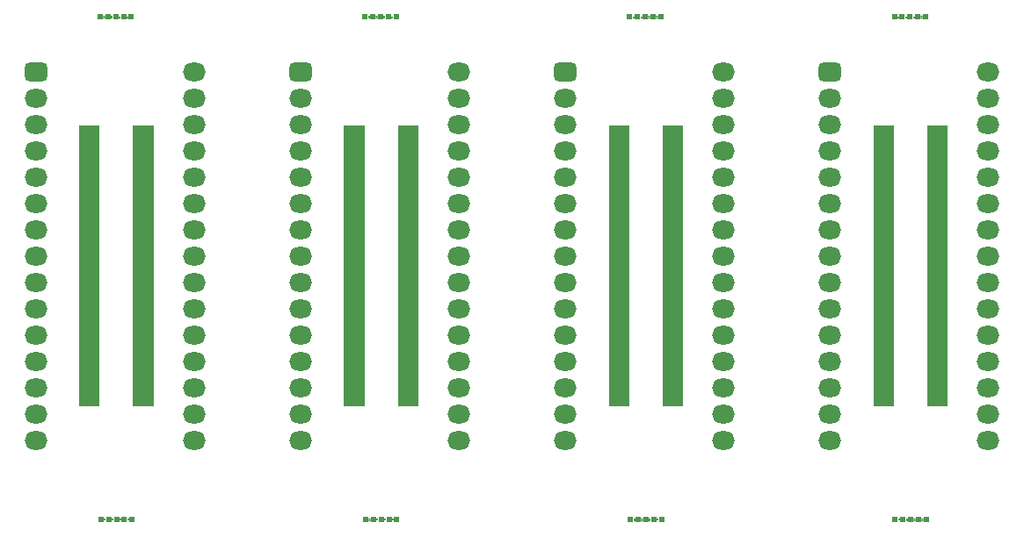
<source format=gbs>
G04 #@! TF.GenerationSoftware,KiCad,Pcbnew,6.0.1-79c1e3a40b~116~ubuntu20.04.1*
G04 #@! TF.CreationDate,2022-01-18T16:27:04+01:00*
G04 #@! TF.ProjectId,4xArduino_GPIB_Adapter,34784172-6475-4696-9e6f-5f475049425f,rev?*
G04 #@! TF.SameCoordinates,Original*
G04 #@! TF.FileFunction,Soldermask,Bot*
G04 #@! TF.FilePolarity,Negative*
%FSLAX46Y46*%
G04 Gerber Fmt 4.6, Leading zero omitted, Abs format (unit mm)*
G04 Created by KiCad (PCBNEW 6.0.1-79c1e3a40b~116~ubuntu20.04.1) date 2022-01-18 16:27:04*
%MOMM*%
%LPD*%
G01*
G04 APERTURE LIST*
G04 Aperture macros list*
%AMRoundRect*
0 Rectangle with rounded corners*
0 $1 Rounding radius*
0 $2 $3 $4 $5 $6 $7 $8 $9 X,Y pos of 4 corners*
0 Add a 4 corners polygon primitive as box body*
4,1,4,$2,$3,$4,$5,$6,$7,$8,$9,$2,$3,0*
0 Add four circle primitives for the rounded corners*
1,1,$1+$1,$2,$3*
1,1,$1+$1,$4,$5*
1,1,$1+$1,$6,$7*
1,1,$1+$1,$8,$9*
0 Add four rect primitives between the rounded corners*
20,1,$1+$1,$2,$3,$4,$5,0*
20,1,$1+$1,$4,$5,$6,$7,0*
20,1,$1+$1,$6,$7,$8,$9,0*
20,1,$1+$1,$8,$9,$2,$3,0*%
G04 Aperture macros list end*
%ADD10C,0.120000*%
%ADD11RoundRect,0.476000X-0.625000X-0.425000X0.625000X-0.425000X0.625000X0.425000X-0.625000X0.425000X0*%
%ADD12O,2.202000X1.802000*%
%ADD13C,0.602000*%
G04 APERTURE END LIST*
D10*
X110700000Y-81920000D02*
X108830000Y-81920000D01*
X108830000Y-81920000D02*
X108830000Y-108940000D01*
X108830000Y-108940000D02*
X110700000Y-108940000D01*
X110700000Y-108940000D02*
X110700000Y-81920000D01*
G36*
X110700000Y-81920000D02*
G01*
X108830000Y-81920000D01*
X108830000Y-108940000D01*
X110700000Y-108940000D01*
X110700000Y-81920000D01*
G37*
X105515000Y-81890000D02*
X103645000Y-81890000D01*
X103645000Y-81890000D02*
X103645000Y-108910000D01*
X103645000Y-108910000D02*
X105515000Y-108910000D01*
X105515000Y-108910000D02*
X105515000Y-81890000D01*
G36*
X105515000Y-81890000D02*
G01*
X103645000Y-81890000D01*
X103645000Y-108910000D01*
X105515000Y-108910000D01*
X105515000Y-81890000D01*
G37*
X131015000Y-81890000D02*
X129145000Y-81890000D01*
X129145000Y-81890000D02*
X129145000Y-108910000D01*
X129145000Y-108910000D02*
X131015000Y-108910000D01*
X131015000Y-108910000D02*
X131015000Y-81890000D01*
G36*
X131015000Y-81890000D02*
G01*
X129145000Y-81890000D01*
X129145000Y-108910000D01*
X131015000Y-108910000D01*
X131015000Y-81890000D01*
G37*
X136200000Y-81920000D02*
X134330000Y-81920000D01*
X134330000Y-81920000D02*
X134330000Y-108940000D01*
X134330000Y-108940000D02*
X136200000Y-108940000D01*
X136200000Y-108940000D02*
X136200000Y-81920000D01*
G36*
X136200000Y-81920000D02*
G01*
X134330000Y-81920000D01*
X134330000Y-108940000D01*
X136200000Y-108940000D01*
X136200000Y-81920000D01*
G37*
X187200000Y-81920000D02*
X185330000Y-81920000D01*
X185330000Y-81920000D02*
X185330000Y-108940000D01*
X185330000Y-108940000D02*
X187200000Y-108940000D01*
X187200000Y-108940000D02*
X187200000Y-81920000D01*
G36*
X187200000Y-81920000D02*
G01*
X185330000Y-81920000D01*
X185330000Y-108940000D01*
X187200000Y-108940000D01*
X187200000Y-81920000D01*
G37*
X182015000Y-81890000D02*
X180145000Y-81890000D01*
X180145000Y-81890000D02*
X180145000Y-108910000D01*
X180145000Y-108910000D02*
X182015000Y-108910000D01*
X182015000Y-108910000D02*
X182015000Y-81890000D01*
G36*
X182015000Y-81890000D02*
G01*
X180145000Y-81890000D01*
X180145000Y-108910000D01*
X182015000Y-108910000D01*
X182015000Y-81890000D01*
G37*
X161700000Y-81920000D02*
X159830000Y-81920000D01*
X159830000Y-81920000D02*
X159830000Y-108940000D01*
X159830000Y-108940000D02*
X161700000Y-108940000D01*
X161700000Y-108940000D02*
X161700000Y-81920000D01*
G36*
X161700000Y-81920000D02*
G01*
X159830000Y-81920000D01*
X159830000Y-108940000D01*
X161700000Y-108940000D01*
X161700000Y-81920000D01*
G37*
X156515000Y-81890000D02*
X154645000Y-81890000D01*
X154645000Y-81890000D02*
X154645000Y-108910000D01*
X154645000Y-108910000D02*
X156515000Y-108910000D01*
X156515000Y-108910000D02*
X156515000Y-81890000D01*
G36*
X156515000Y-81890000D02*
G01*
X154645000Y-81890000D01*
X154645000Y-108910000D01*
X156515000Y-108910000D01*
X156515000Y-81890000D01*
G37*
X110700000Y-81920000D02*
X108830000Y-81920000D01*
X108830000Y-81920000D02*
X108830000Y-108940000D01*
X108830000Y-108940000D02*
X110700000Y-108940000D01*
X110700000Y-108940000D02*
X110700000Y-81920000D01*
G36*
X110700000Y-81920000D02*
G01*
X108830000Y-81920000D01*
X108830000Y-108940000D01*
X110700000Y-108940000D01*
X110700000Y-81920000D01*
G37*
X105515000Y-81890000D02*
X103645000Y-81890000D01*
X103645000Y-81890000D02*
X103645000Y-108910000D01*
X103645000Y-108910000D02*
X105515000Y-108910000D01*
X105515000Y-108910000D02*
X105515000Y-81890000D01*
G36*
X105515000Y-81890000D02*
G01*
X103645000Y-81890000D01*
X103645000Y-108910000D01*
X105515000Y-108910000D01*
X105515000Y-81890000D01*
G37*
X131015000Y-81890000D02*
X129145000Y-81890000D01*
X129145000Y-81890000D02*
X129145000Y-108910000D01*
X129145000Y-108910000D02*
X131015000Y-108910000D01*
X131015000Y-108910000D02*
X131015000Y-81890000D01*
G36*
X131015000Y-81890000D02*
G01*
X129145000Y-81890000D01*
X129145000Y-108910000D01*
X131015000Y-108910000D01*
X131015000Y-81890000D01*
G37*
X136200000Y-81920000D02*
X134330000Y-81920000D01*
X134330000Y-81920000D02*
X134330000Y-108940000D01*
X134330000Y-108940000D02*
X136200000Y-108940000D01*
X136200000Y-108940000D02*
X136200000Y-81920000D01*
G36*
X136200000Y-81920000D02*
G01*
X134330000Y-81920000D01*
X134330000Y-108940000D01*
X136200000Y-108940000D01*
X136200000Y-81920000D01*
G37*
X187200000Y-81920000D02*
X185330000Y-81920000D01*
X185330000Y-81920000D02*
X185330000Y-108940000D01*
X185330000Y-108940000D02*
X187200000Y-108940000D01*
X187200000Y-108940000D02*
X187200000Y-81920000D01*
G36*
X187200000Y-81920000D02*
G01*
X185330000Y-81920000D01*
X185330000Y-108940000D01*
X187200000Y-108940000D01*
X187200000Y-81920000D01*
G37*
X182015000Y-81890000D02*
X180145000Y-81890000D01*
X180145000Y-81890000D02*
X180145000Y-108910000D01*
X180145000Y-108910000D02*
X182015000Y-108910000D01*
X182015000Y-108910000D02*
X182015000Y-81890000D01*
G36*
X182015000Y-81890000D02*
G01*
X180145000Y-81890000D01*
X180145000Y-108910000D01*
X182015000Y-108910000D01*
X182015000Y-81890000D01*
G37*
X161700000Y-81920000D02*
X159830000Y-81920000D01*
X159830000Y-81920000D02*
X159830000Y-108940000D01*
X159830000Y-108940000D02*
X161700000Y-108940000D01*
X161700000Y-108940000D02*
X161700000Y-81920000D01*
G36*
X161700000Y-81920000D02*
G01*
X159830000Y-81920000D01*
X159830000Y-108940000D01*
X161700000Y-108940000D01*
X161700000Y-81920000D01*
G37*
X156515000Y-81890000D02*
X154645000Y-81890000D01*
X154645000Y-81890000D02*
X154645000Y-108910000D01*
X154645000Y-108910000D02*
X156515000Y-108910000D01*
X156515000Y-108910000D02*
X156515000Y-81890000D01*
G36*
X156515000Y-81890000D02*
G01*
X154645000Y-81890000D01*
X154645000Y-108910000D01*
X156515000Y-108910000D01*
X156515000Y-81890000D01*
G37*
D11*
X99455001Y-76785001D03*
D12*
X99455001Y-79325001D03*
X99455001Y-81865001D03*
X99455001Y-84405001D03*
X99455001Y-86945001D03*
X99455001Y-89485001D03*
X99455001Y-92025001D03*
X99455001Y-94565001D03*
X99455001Y-97105001D03*
X99455001Y-99645001D03*
X99455001Y-102185001D03*
X99455001Y-104725001D03*
X99455001Y-107265001D03*
X99455001Y-109805001D03*
X99455001Y-112345001D03*
X114695001Y-112345001D03*
X114695001Y-109805001D03*
X114695001Y-107265001D03*
X114695001Y-104725001D03*
X114695001Y-102185001D03*
X114695001Y-99645001D03*
X114695001Y-97105001D03*
X114695001Y-94565001D03*
X114695001Y-92025001D03*
X114695001Y-89485001D03*
X114695001Y-86945001D03*
X114695001Y-84405001D03*
X114695001Y-81865001D03*
X114695001Y-79325001D03*
X114695001Y-76785001D03*
D13*
X156660000Y-71450000D03*
X158160000Y-71450000D03*
X159660000Y-71450000D03*
X158910000Y-71450000D03*
X157410000Y-71450000D03*
X185160000Y-71450000D03*
X182160000Y-71450000D03*
X183660000Y-71450000D03*
X184410000Y-71450000D03*
X182910000Y-71450000D03*
D11*
X150455001Y-76785001D03*
D12*
X150455001Y-79325001D03*
X150455001Y-81865001D03*
X150455001Y-84405001D03*
X150455001Y-86945001D03*
X150455001Y-89485001D03*
X150455001Y-92025001D03*
X150455001Y-94565001D03*
X150455001Y-97105001D03*
X150455001Y-99645001D03*
X150455001Y-102185001D03*
X150455001Y-104725001D03*
X150455001Y-107265001D03*
X150455001Y-109805001D03*
X150455001Y-112345001D03*
X165695001Y-112345001D03*
X165695001Y-109805001D03*
X165695001Y-107265001D03*
X165695001Y-104725001D03*
X165695001Y-102185001D03*
X165695001Y-99645001D03*
X165695001Y-97105001D03*
X165695001Y-94565001D03*
X165695001Y-92025001D03*
X165695001Y-89485001D03*
X165695001Y-86945001D03*
X165695001Y-84405001D03*
X165695001Y-81865001D03*
X165695001Y-79325001D03*
X165695001Y-76785001D03*
D13*
X159730000Y-119950000D03*
X156730000Y-119950000D03*
X157480000Y-119950000D03*
X158980000Y-119950000D03*
X158230000Y-119950000D03*
X107910000Y-71450000D03*
X107160000Y-71450000D03*
X108660000Y-71450000D03*
X106410000Y-71450000D03*
X105660000Y-71450000D03*
X183730000Y-119950000D03*
X184480000Y-119950000D03*
X182230000Y-119950000D03*
X182980000Y-119950000D03*
X185230000Y-119950000D03*
X107980000Y-119950000D03*
X106480000Y-119950000D03*
X108730000Y-119950000D03*
X105730000Y-119950000D03*
X107230000Y-119950000D03*
X131980000Y-119950000D03*
X134230000Y-119950000D03*
X131230000Y-119950000D03*
X132730000Y-119950000D03*
X133480000Y-119950000D03*
D11*
X124955001Y-76785001D03*
D12*
X124955001Y-79325001D03*
X124955001Y-81865001D03*
X124955001Y-84405001D03*
X124955001Y-86945001D03*
X124955001Y-89485001D03*
X124955001Y-92025001D03*
X124955001Y-94565001D03*
X124955001Y-97105001D03*
X124955001Y-99645001D03*
X124955001Y-102185001D03*
X124955001Y-104725001D03*
X124955001Y-107265001D03*
X124955001Y-109805001D03*
X124955001Y-112345001D03*
X140195001Y-112345001D03*
X140195001Y-109805001D03*
X140195001Y-107265001D03*
X140195001Y-104725001D03*
X140195001Y-102185001D03*
X140195001Y-99645001D03*
X140195001Y-97105001D03*
X140195001Y-94565001D03*
X140195001Y-92025001D03*
X140195001Y-89485001D03*
X140195001Y-86945001D03*
X140195001Y-84405001D03*
X140195001Y-81865001D03*
X140195001Y-79325001D03*
X140195001Y-76785001D03*
D11*
X175955001Y-76785001D03*
D12*
X175955001Y-79325001D03*
X175955001Y-81865001D03*
X175955001Y-84405001D03*
X175955001Y-86945001D03*
X175955001Y-89485001D03*
X175955001Y-92025001D03*
X175955001Y-94565001D03*
X175955001Y-97105001D03*
X175955001Y-99645001D03*
X175955001Y-102185001D03*
X175955001Y-104725001D03*
X175955001Y-107265001D03*
X175955001Y-109805001D03*
X175955001Y-112345001D03*
X191195001Y-112345001D03*
X191195001Y-109805001D03*
X191195001Y-107265001D03*
X191195001Y-104725001D03*
X191195001Y-102185001D03*
X191195001Y-99645001D03*
X191195001Y-97105001D03*
X191195001Y-94565001D03*
X191195001Y-92025001D03*
X191195001Y-89485001D03*
X191195001Y-86945001D03*
X191195001Y-84405001D03*
X191195001Y-81865001D03*
X191195001Y-79325001D03*
X191195001Y-76785001D03*
D13*
X132660000Y-71450000D03*
X131160000Y-71450000D03*
X133410000Y-71450000D03*
X131910000Y-71450000D03*
X134160000Y-71450000D03*
G36*
X132998315Y-119817990D02*
G01*
X133043037Y-119865343D01*
X133110263Y-119881991D01*
X133175864Y-119859635D01*
X133211095Y-119818977D01*
X133212985Y-119818323D01*
X133214496Y-119819633D01*
X133214338Y-119821287D01*
X133199062Y-119847746D01*
X133181031Y-119950000D01*
X133199062Y-120052254D01*
X133214871Y-120079637D01*
X133214871Y-120081637D01*
X133213139Y-120082637D01*
X133211685Y-120082010D01*
X133166963Y-120034657D01*
X133099737Y-120018009D01*
X133034136Y-120040365D01*
X132998905Y-120081023D01*
X132997015Y-120081677D01*
X132995504Y-120080367D01*
X132995662Y-120078713D01*
X133010938Y-120052254D01*
X133028969Y-119950000D01*
X133010938Y-119847746D01*
X132995129Y-119820363D01*
X132995129Y-119818363D01*
X132996861Y-119817363D01*
X132998315Y-119817990D01*
G37*
G36*
X183998315Y-119817990D02*
G01*
X184043037Y-119865343D01*
X184110263Y-119881991D01*
X184175864Y-119859635D01*
X184211095Y-119818977D01*
X184212985Y-119818323D01*
X184214496Y-119819633D01*
X184214338Y-119821287D01*
X184199062Y-119847746D01*
X184181031Y-119950000D01*
X184199062Y-120052254D01*
X184214871Y-120079637D01*
X184214871Y-120081637D01*
X184213139Y-120082637D01*
X184211685Y-120082010D01*
X184166963Y-120034657D01*
X184099737Y-120018009D01*
X184034136Y-120040365D01*
X183998905Y-120081023D01*
X183997015Y-120081677D01*
X183995504Y-120080367D01*
X183995662Y-120078713D01*
X184010938Y-120052254D01*
X184028969Y-119950000D01*
X184010938Y-119847746D01*
X183995129Y-119820363D01*
X183995129Y-119818363D01*
X183996861Y-119817363D01*
X183998315Y-119817990D01*
G37*
G36*
X106748315Y-119817990D02*
G01*
X106793037Y-119865343D01*
X106860263Y-119881991D01*
X106925864Y-119859635D01*
X106961095Y-119818977D01*
X106962985Y-119818323D01*
X106964496Y-119819633D01*
X106964338Y-119821287D01*
X106949062Y-119847746D01*
X106931031Y-119950000D01*
X106949062Y-120052254D01*
X106964871Y-120079637D01*
X106964871Y-120081637D01*
X106963139Y-120082637D01*
X106961685Y-120082010D01*
X106916963Y-120034657D01*
X106849737Y-120018009D01*
X106784136Y-120040365D01*
X106748905Y-120081023D01*
X106747015Y-120081677D01*
X106745504Y-120080367D01*
X106745662Y-120078713D01*
X106760938Y-120052254D01*
X106778969Y-119950000D01*
X106760938Y-119847746D01*
X106745129Y-119820363D01*
X106745129Y-119818363D01*
X106746861Y-119817363D01*
X106748315Y-119817990D01*
G37*
G36*
X108248315Y-119817990D02*
G01*
X108293037Y-119865343D01*
X108360263Y-119881991D01*
X108425864Y-119859635D01*
X108461095Y-119818977D01*
X108462985Y-119818323D01*
X108464496Y-119819633D01*
X108464338Y-119821287D01*
X108449062Y-119847746D01*
X108431031Y-119950000D01*
X108449062Y-120052254D01*
X108464871Y-120079637D01*
X108464871Y-120081637D01*
X108463139Y-120082637D01*
X108461685Y-120082010D01*
X108416963Y-120034657D01*
X108349737Y-120018009D01*
X108284136Y-120040365D01*
X108248905Y-120081023D01*
X108247015Y-120081677D01*
X108245504Y-120080367D01*
X108245662Y-120078713D01*
X108260938Y-120052254D01*
X108278969Y-119950000D01*
X108260938Y-119847746D01*
X108245129Y-119820363D01*
X108245129Y-119818363D01*
X108246861Y-119817363D01*
X108248315Y-119817990D01*
G37*
G36*
X131498315Y-119817990D02*
G01*
X131543037Y-119865343D01*
X131610263Y-119881991D01*
X131675864Y-119859635D01*
X131711095Y-119818977D01*
X131712985Y-119818323D01*
X131714496Y-119819633D01*
X131714338Y-119821287D01*
X131699062Y-119847746D01*
X131681031Y-119950000D01*
X131699062Y-120052254D01*
X131714871Y-120079637D01*
X131714871Y-120081637D01*
X131713139Y-120082637D01*
X131711685Y-120082010D01*
X131666963Y-120034657D01*
X131599737Y-120018009D01*
X131534136Y-120040365D01*
X131498905Y-120081023D01*
X131497015Y-120081677D01*
X131495504Y-120080367D01*
X131495662Y-120078713D01*
X131510938Y-120052254D01*
X131528969Y-119950000D01*
X131510938Y-119847746D01*
X131495129Y-119820363D01*
X131495129Y-119818363D01*
X131496861Y-119817363D01*
X131498315Y-119817990D01*
G37*
G36*
X182498315Y-119817990D02*
G01*
X182543037Y-119865343D01*
X182610263Y-119881991D01*
X182675864Y-119859635D01*
X182711095Y-119818977D01*
X182712985Y-119818323D01*
X182714496Y-119819633D01*
X182714338Y-119821287D01*
X182699062Y-119847746D01*
X182681031Y-119950000D01*
X182699062Y-120052254D01*
X182714871Y-120079637D01*
X182714871Y-120081637D01*
X182713139Y-120082637D01*
X182711685Y-120082010D01*
X182666963Y-120034657D01*
X182599737Y-120018009D01*
X182534136Y-120040365D01*
X182498905Y-120081023D01*
X182497015Y-120081677D01*
X182495504Y-120080367D01*
X182495662Y-120078713D01*
X182510938Y-120052254D01*
X182528969Y-119950000D01*
X182510938Y-119847746D01*
X182495129Y-119820363D01*
X182495129Y-119818363D01*
X182496861Y-119817363D01*
X182498315Y-119817990D01*
G37*
G36*
X183248315Y-119817990D02*
G01*
X183293037Y-119865343D01*
X183360263Y-119881991D01*
X183425864Y-119859635D01*
X183461095Y-119818977D01*
X183462985Y-119818323D01*
X183464496Y-119819633D01*
X183464338Y-119821287D01*
X183449062Y-119847746D01*
X183431031Y-119950000D01*
X183449062Y-120052254D01*
X183464871Y-120079637D01*
X183464871Y-120081637D01*
X183463139Y-120082637D01*
X183461685Y-120082010D01*
X183416963Y-120034657D01*
X183349737Y-120018009D01*
X183284136Y-120040365D01*
X183248905Y-120081023D01*
X183247015Y-120081677D01*
X183245504Y-120080367D01*
X183245662Y-120078713D01*
X183260938Y-120052254D01*
X183278969Y-119950000D01*
X183260938Y-119847746D01*
X183245129Y-119820363D01*
X183245129Y-119818363D01*
X183246861Y-119817363D01*
X183248315Y-119817990D01*
G37*
G36*
X133748315Y-119817990D02*
G01*
X133793037Y-119865343D01*
X133860263Y-119881991D01*
X133925864Y-119859635D01*
X133961095Y-119818977D01*
X133962985Y-119818323D01*
X133964496Y-119819633D01*
X133964338Y-119821287D01*
X133949062Y-119847746D01*
X133931031Y-119950000D01*
X133949062Y-120052254D01*
X133964871Y-120079637D01*
X133964871Y-120081637D01*
X133963139Y-120082637D01*
X133961685Y-120082010D01*
X133916963Y-120034657D01*
X133849737Y-120018009D01*
X133784136Y-120040365D01*
X133748905Y-120081023D01*
X133747015Y-120081677D01*
X133745504Y-120080367D01*
X133745662Y-120078713D01*
X133760938Y-120052254D01*
X133778969Y-119950000D01*
X133760938Y-119847746D01*
X133745129Y-119820363D01*
X133745129Y-119818363D01*
X133746861Y-119817363D01*
X133748315Y-119817990D01*
G37*
G36*
X159248315Y-119817990D02*
G01*
X159293037Y-119865343D01*
X159360263Y-119881991D01*
X159425864Y-119859635D01*
X159461095Y-119818977D01*
X159462985Y-119818323D01*
X159464496Y-119819633D01*
X159464338Y-119821287D01*
X159449062Y-119847746D01*
X159431031Y-119950000D01*
X159449062Y-120052254D01*
X159464871Y-120079637D01*
X159464871Y-120081637D01*
X159463139Y-120082637D01*
X159461685Y-120082010D01*
X159416963Y-120034657D01*
X159349737Y-120018009D01*
X159284136Y-120040365D01*
X159248905Y-120081023D01*
X159247015Y-120081677D01*
X159245504Y-120080367D01*
X159245662Y-120078713D01*
X159260938Y-120052254D01*
X159278969Y-119950000D01*
X159260938Y-119847746D01*
X159245129Y-119820363D01*
X159245129Y-119818363D01*
X159246861Y-119817363D01*
X159248315Y-119817990D01*
G37*
G36*
X132248315Y-119817990D02*
G01*
X132293037Y-119865343D01*
X132360263Y-119881991D01*
X132425864Y-119859635D01*
X132461095Y-119818977D01*
X132462985Y-119818323D01*
X132464496Y-119819633D01*
X132464338Y-119821287D01*
X132449062Y-119847746D01*
X132431031Y-119950000D01*
X132449062Y-120052254D01*
X132464871Y-120079637D01*
X132464871Y-120081637D01*
X132463139Y-120082637D01*
X132461685Y-120082010D01*
X132416963Y-120034657D01*
X132349737Y-120018009D01*
X132284136Y-120040365D01*
X132248905Y-120081023D01*
X132247015Y-120081677D01*
X132245504Y-120080367D01*
X132245662Y-120078713D01*
X132260938Y-120052254D01*
X132278969Y-119950000D01*
X132260938Y-119847746D01*
X132245129Y-119820363D01*
X132245129Y-119818363D01*
X132246861Y-119817363D01*
X132248315Y-119817990D01*
G37*
G36*
X158498315Y-119817990D02*
G01*
X158543037Y-119865343D01*
X158610263Y-119881991D01*
X158675864Y-119859635D01*
X158711095Y-119818977D01*
X158712985Y-119818323D01*
X158714496Y-119819633D01*
X158714338Y-119821287D01*
X158699062Y-119847746D01*
X158681031Y-119950000D01*
X158699062Y-120052254D01*
X158714871Y-120079637D01*
X158714871Y-120081637D01*
X158713139Y-120082637D01*
X158711685Y-120082010D01*
X158666963Y-120034657D01*
X158599737Y-120018009D01*
X158534136Y-120040365D01*
X158498905Y-120081023D01*
X158497015Y-120081677D01*
X158495504Y-120080367D01*
X158495662Y-120078713D01*
X158510938Y-120052254D01*
X158528969Y-119950000D01*
X158510938Y-119847746D01*
X158495129Y-119820363D01*
X158495129Y-119818363D01*
X158496861Y-119817363D01*
X158498315Y-119817990D01*
G37*
G36*
X184748315Y-119817990D02*
G01*
X184793037Y-119865343D01*
X184860263Y-119881991D01*
X184925864Y-119859635D01*
X184961095Y-119818977D01*
X184962985Y-119818323D01*
X184964496Y-119819633D01*
X184964338Y-119821287D01*
X184949062Y-119847746D01*
X184931031Y-119950000D01*
X184949062Y-120052254D01*
X184964871Y-120079637D01*
X184964871Y-120081637D01*
X184963139Y-120082637D01*
X184961685Y-120082010D01*
X184916963Y-120034657D01*
X184849737Y-120018009D01*
X184784136Y-120040365D01*
X184748905Y-120081023D01*
X184747015Y-120081677D01*
X184745504Y-120080367D01*
X184745662Y-120078713D01*
X184760938Y-120052254D01*
X184778969Y-119950000D01*
X184760938Y-119847746D01*
X184745129Y-119820363D01*
X184745129Y-119818363D01*
X184746861Y-119817363D01*
X184748315Y-119817990D01*
G37*
G36*
X105998315Y-119817990D02*
G01*
X106043037Y-119865343D01*
X106110263Y-119881991D01*
X106175864Y-119859635D01*
X106211095Y-119818977D01*
X106212985Y-119818323D01*
X106214496Y-119819633D01*
X106214338Y-119821287D01*
X106199062Y-119847746D01*
X106181031Y-119950000D01*
X106199062Y-120052254D01*
X106214871Y-120079637D01*
X106214871Y-120081637D01*
X106213139Y-120082637D01*
X106211685Y-120082010D01*
X106166963Y-120034657D01*
X106099737Y-120018009D01*
X106034136Y-120040365D01*
X105998905Y-120081023D01*
X105997015Y-120081677D01*
X105995504Y-120080367D01*
X105995662Y-120078713D01*
X106010938Y-120052254D01*
X106028969Y-119950000D01*
X106010938Y-119847746D01*
X105995129Y-119820363D01*
X105995129Y-119818363D01*
X105996861Y-119817363D01*
X105998315Y-119817990D01*
G37*
G36*
X156998315Y-119817990D02*
G01*
X157043037Y-119865343D01*
X157110263Y-119881991D01*
X157175864Y-119859635D01*
X157211095Y-119818977D01*
X157212985Y-119818323D01*
X157214496Y-119819633D01*
X157214338Y-119821287D01*
X157199062Y-119847746D01*
X157181031Y-119950000D01*
X157199062Y-120052254D01*
X157214871Y-120079637D01*
X157214871Y-120081637D01*
X157213139Y-120082637D01*
X157211685Y-120082010D01*
X157166963Y-120034657D01*
X157099737Y-120018009D01*
X157034136Y-120040365D01*
X156998905Y-120081023D01*
X156997015Y-120081677D01*
X156995504Y-120080367D01*
X156995662Y-120078713D01*
X157010938Y-120052254D01*
X157028969Y-119950000D01*
X157010938Y-119847746D01*
X156995129Y-119820363D01*
X156995129Y-119818363D01*
X156996861Y-119817363D01*
X156998315Y-119817990D01*
G37*
G36*
X157748315Y-119817990D02*
G01*
X157793037Y-119865343D01*
X157860263Y-119881991D01*
X157925864Y-119859635D01*
X157961095Y-119818977D01*
X157962985Y-119818323D01*
X157964496Y-119819633D01*
X157964338Y-119821287D01*
X157949062Y-119847746D01*
X157931031Y-119950000D01*
X157949062Y-120052254D01*
X157964871Y-120079637D01*
X157964871Y-120081637D01*
X157963139Y-120082637D01*
X157961685Y-120082010D01*
X157916963Y-120034657D01*
X157849737Y-120018009D01*
X157784136Y-120040365D01*
X157748905Y-120081023D01*
X157747015Y-120081677D01*
X157745504Y-120080367D01*
X157745662Y-120078713D01*
X157760938Y-120052254D01*
X157778969Y-119950000D01*
X157760938Y-119847746D01*
X157745129Y-119820363D01*
X157745129Y-119818363D01*
X157746861Y-119817363D01*
X157748315Y-119817990D01*
G37*
G36*
X107498315Y-119817990D02*
G01*
X107543037Y-119865343D01*
X107610263Y-119881991D01*
X107675864Y-119859635D01*
X107711095Y-119818977D01*
X107712985Y-119818323D01*
X107714496Y-119819633D01*
X107714338Y-119821287D01*
X107699062Y-119847746D01*
X107681031Y-119950000D01*
X107699062Y-120052254D01*
X107714871Y-120079637D01*
X107714871Y-120081637D01*
X107713139Y-120082637D01*
X107711685Y-120082010D01*
X107666963Y-120034657D01*
X107599737Y-120018009D01*
X107534136Y-120040365D01*
X107498905Y-120081023D01*
X107497015Y-120081677D01*
X107495504Y-120080367D01*
X107495662Y-120078713D01*
X107510938Y-120052254D01*
X107528969Y-119950000D01*
X107510938Y-119847746D01*
X107495129Y-119820363D01*
X107495129Y-119818363D01*
X107496861Y-119817363D01*
X107498315Y-119817990D01*
G37*
G36*
X132178315Y-71317990D02*
G01*
X132223037Y-71365343D01*
X132290263Y-71381991D01*
X132355864Y-71359635D01*
X132391095Y-71318977D01*
X132392985Y-71318323D01*
X132394496Y-71319633D01*
X132394338Y-71321287D01*
X132379062Y-71347746D01*
X132361031Y-71450000D01*
X132379062Y-71552254D01*
X132394871Y-71579637D01*
X132394871Y-71581637D01*
X132393139Y-71582637D01*
X132391685Y-71582010D01*
X132346963Y-71534657D01*
X132279737Y-71518009D01*
X132214136Y-71540365D01*
X132178905Y-71581023D01*
X132177015Y-71581677D01*
X132175504Y-71580367D01*
X132175662Y-71578713D01*
X132190938Y-71552254D01*
X132208969Y-71450000D01*
X132190938Y-71347746D01*
X132175129Y-71320363D01*
X132175129Y-71318363D01*
X132176861Y-71317363D01*
X132178315Y-71317990D01*
G37*
G36*
X182428315Y-71317990D02*
G01*
X182473037Y-71365343D01*
X182540263Y-71381991D01*
X182605864Y-71359635D01*
X182641095Y-71318977D01*
X182642985Y-71318323D01*
X182644496Y-71319633D01*
X182644338Y-71321287D01*
X182629062Y-71347746D01*
X182611031Y-71450000D01*
X182629062Y-71552254D01*
X182644871Y-71579637D01*
X182644871Y-71581637D01*
X182643139Y-71582637D01*
X182641685Y-71582010D01*
X182596963Y-71534657D01*
X182529737Y-71518009D01*
X182464136Y-71540365D01*
X182428905Y-71581023D01*
X182427015Y-71581677D01*
X182425504Y-71580367D01*
X182425662Y-71578713D01*
X182440938Y-71552254D01*
X182458969Y-71450000D01*
X182440938Y-71347746D01*
X182425129Y-71320363D01*
X182425129Y-71318363D01*
X182426861Y-71317363D01*
X182428315Y-71317990D01*
G37*
G36*
X159178315Y-71317990D02*
G01*
X159223037Y-71365343D01*
X159290263Y-71381991D01*
X159355864Y-71359635D01*
X159391095Y-71318977D01*
X159392985Y-71318323D01*
X159394496Y-71319633D01*
X159394338Y-71321287D01*
X159379062Y-71347746D01*
X159361031Y-71450000D01*
X159379062Y-71552254D01*
X159394871Y-71579637D01*
X159394871Y-71581637D01*
X159393139Y-71582637D01*
X159391685Y-71582010D01*
X159346963Y-71534657D01*
X159279737Y-71518009D01*
X159214136Y-71540365D01*
X159178905Y-71581023D01*
X159177015Y-71581677D01*
X159175504Y-71580367D01*
X159175662Y-71578713D01*
X159190938Y-71552254D01*
X159208969Y-71450000D01*
X159190938Y-71347746D01*
X159175129Y-71320363D01*
X159175129Y-71318363D01*
X159176861Y-71317363D01*
X159178315Y-71317990D01*
G37*
G36*
X108178315Y-71317990D02*
G01*
X108223037Y-71365343D01*
X108290263Y-71381991D01*
X108355864Y-71359635D01*
X108391095Y-71318977D01*
X108392985Y-71318323D01*
X108394496Y-71319633D01*
X108394338Y-71321287D01*
X108379062Y-71347746D01*
X108361031Y-71450000D01*
X108379062Y-71552254D01*
X108394871Y-71579637D01*
X108394871Y-71581637D01*
X108393139Y-71582637D01*
X108391685Y-71582010D01*
X108346963Y-71534657D01*
X108279737Y-71518009D01*
X108214136Y-71540365D01*
X108178905Y-71581023D01*
X108177015Y-71581677D01*
X108175504Y-71580367D01*
X108175662Y-71578713D01*
X108190938Y-71552254D01*
X108208969Y-71450000D01*
X108190938Y-71347746D01*
X108175129Y-71320363D01*
X108175129Y-71318363D01*
X108176861Y-71317363D01*
X108178315Y-71317990D01*
G37*
G36*
X158428315Y-71317990D02*
G01*
X158473037Y-71365343D01*
X158540263Y-71381991D01*
X158605864Y-71359635D01*
X158641095Y-71318977D01*
X158642985Y-71318323D01*
X158644496Y-71319633D01*
X158644338Y-71321287D01*
X158629062Y-71347746D01*
X158611031Y-71450000D01*
X158629062Y-71552254D01*
X158644871Y-71579637D01*
X158644871Y-71581637D01*
X158643139Y-71582637D01*
X158641685Y-71582010D01*
X158596963Y-71534657D01*
X158529737Y-71518009D01*
X158464136Y-71540365D01*
X158428905Y-71581023D01*
X158427015Y-71581677D01*
X158425504Y-71580367D01*
X158425662Y-71578713D01*
X158440938Y-71552254D01*
X158458969Y-71450000D01*
X158440938Y-71347746D01*
X158425129Y-71320363D01*
X158425129Y-71318363D01*
X158426861Y-71317363D01*
X158428315Y-71317990D01*
G37*
G36*
X157678315Y-71317990D02*
G01*
X157723037Y-71365343D01*
X157790263Y-71381991D01*
X157855864Y-71359635D01*
X157891095Y-71318977D01*
X157892985Y-71318323D01*
X157894496Y-71319633D01*
X157894338Y-71321287D01*
X157879062Y-71347746D01*
X157861031Y-71450000D01*
X157879062Y-71552254D01*
X157894871Y-71579637D01*
X157894871Y-71581637D01*
X157893139Y-71582637D01*
X157891685Y-71582010D01*
X157846963Y-71534657D01*
X157779737Y-71518009D01*
X157714136Y-71540365D01*
X157678905Y-71581023D01*
X157677015Y-71581677D01*
X157675504Y-71580367D01*
X157675662Y-71578713D01*
X157690938Y-71552254D01*
X157708969Y-71450000D01*
X157690938Y-71347746D01*
X157675129Y-71320363D01*
X157675129Y-71318363D01*
X157676861Y-71317363D01*
X157678315Y-71317990D01*
G37*
G36*
X106678315Y-71317990D02*
G01*
X106723037Y-71365343D01*
X106790263Y-71381991D01*
X106855864Y-71359635D01*
X106891095Y-71318977D01*
X106892985Y-71318323D01*
X106894496Y-71319633D01*
X106894338Y-71321287D01*
X106879062Y-71347746D01*
X106861031Y-71450000D01*
X106879062Y-71552254D01*
X106894871Y-71579637D01*
X106894871Y-71581637D01*
X106893139Y-71582637D01*
X106891685Y-71582010D01*
X106846963Y-71534657D01*
X106779737Y-71518009D01*
X106714136Y-71540365D01*
X106678905Y-71581023D01*
X106677015Y-71581677D01*
X106675504Y-71580367D01*
X106675662Y-71578713D01*
X106690938Y-71552254D01*
X106708969Y-71450000D01*
X106690938Y-71347746D01*
X106675129Y-71320363D01*
X106675129Y-71318363D01*
X106676861Y-71317363D01*
X106678315Y-71317990D01*
G37*
G36*
X156928315Y-71317990D02*
G01*
X156973037Y-71365343D01*
X157040263Y-71381991D01*
X157105864Y-71359635D01*
X157141095Y-71318977D01*
X157142985Y-71318323D01*
X157144496Y-71319633D01*
X157144338Y-71321287D01*
X157129062Y-71347746D01*
X157111031Y-71450000D01*
X157129062Y-71552254D01*
X157144871Y-71579637D01*
X157144871Y-71581637D01*
X157143139Y-71582637D01*
X157141685Y-71582010D01*
X157096963Y-71534657D01*
X157029737Y-71518009D01*
X156964136Y-71540365D01*
X156928905Y-71581023D01*
X156927015Y-71581677D01*
X156925504Y-71580367D01*
X156925662Y-71578713D01*
X156940938Y-71552254D01*
X156958969Y-71450000D01*
X156940938Y-71347746D01*
X156925129Y-71320363D01*
X156925129Y-71318363D01*
X156926861Y-71317363D01*
X156928315Y-71317990D01*
G37*
G36*
X133678315Y-71317990D02*
G01*
X133723037Y-71365343D01*
X133790263Y-71381991D01*
X133855864Y-71359635D01*
X133891095Y-71318977D01*
X133892985Y-71318323D01*
X133894496Y-71319633D01*
X133894338Y-71321287D01*
X133879062Y-71347746D01*
X133861031Y-71450000D01*
X133879062Y-71552254D01*
X133894871Y-71579637D01*
X133894871Y-71581637D01*
X133893139Y-71582637D01*
X133891685Y-71582010D01*
X133846963Y-71534657D01*
X133779737Y-71518009D01*
X133714136Y-71540365D01*
X133678905Y-71581023D01*
X133677015Y-71581677D01*
X133675504Y-71580367D01*
X133675662Y-71578713D01*
X133690938Y-71552254D01*
X133708969Y-71450000D01*
X133690938Y-71347746D01*
X133675129Y-71320363D01*
X133675129Y-71318363D01*
X133676861Y-71317363D01*
X133678315Y-71317990D01*
G37*
G36*
X131428315Y-71317990D02*
G01*
X131473037Y-71365343D01*
X131540263Y-71381991D01*
X131605864Y-71359635D01*
X131641095Y-71318977D01*
X131642985Y-71318323D01*
X131644496Y-71319633D01*
X131644338Y-71321287D01*
X131629062Y-71347746D01*
X131611031Y-71450000D01*
X131629062Y-71552254D01*
X131644871Y-71579637D01*
X131644871Y-71581637D01*
X131643139Y-71582637D01*
X131641685Y-71582010D01*
X131596963Y-71534657D01*
X131529737Y-71518009D01*
X131464136Y-71540365D01*
X131428905Y-71581023D01*
X131427015Y-71581677D01*
X131425504Y-71580367D01*
X131425662Y-71578713D01*
X131440938Y-71552254D01*
X131458969Y-71450000D01*
X131440938Y-71347746D01*
X131425129Y-71320363D01*
X131425129Y-71318363D01*
X131426861Y-71317363D01*
X131428315Y-71317990D01*
G37*
G36*
X132928315Y-71317990D02*
G01*
X132973037Y-71365343D01*
X133040263Y-71381991D01*
X133105864Y-71359635D01*
X133141095Y-71318977D01*
X133142985Y-71318323D01*
X133144496Y-71319633D01*
X133144338Y-71321287D01*
X133129062Y-71347746D01*
X133111031Y-71450000D01*
X133129062Y-71552254D01*
X133144871Y-71579637D01*
X133144871Y-71581637D01*
X133143139Y-71582637D01*
X133141685Y-71582010D01*
X133096963Y-71534657D01*
X133029737Y-71518009D01*
X132964136Y-71540365D01*
X132928905Y-71581023D01*
X132927015Y-71581677D01*
X132925504Y-71580367D01*
X132925662Y-71578713D01*
X132940938Y-71552254D01*
X132958969Y-71450000D01*
X132940938Y-71347746D01*
X132925129Y-71320363D01*
X132925129Y-71318363D01*
X132926861Y-71317363D01*
X132928315Y-71317990D01*
G37*
G36*
X105928315Y-71317990D02*
G01*
X105973037Y-71365343D01*
X106040263Y-71381991D01*
X106105864Y-71359635D01*
X106141095Y-71318977D01*
X106142985Y-71318323D01*
X106144496Y-71319633D01*
X106144338Y-71321287D01*
X106129062Y-71347746D01*
X106111031Y-71450000D01*
X106129062Y-71552254D01*
X106144871Y-71579637D01*
X106144871Y-71581637D01*
X106143139Y-71582637D01*
X106141685Y-71582010D01*
X106096963Y-71534657D01*
X106029737Y-71518009D01*
X105964136Y-71540365D01*
X105928905Y-71581023D01*
X105927015Y-71581677D01*
X105925504Y-71580367D01*
X105925662Y-71578713D01*
X105940938Y-71552254D01*
X105958969Y-71450000D01*
X105940938Y-71347746D01*
X105925129Y-71320363D01*
X105925129Y-71318363D01*
X105926861Y-71317363D01*
X105928315Y-71317990D01*
G37*
G36*
X184678315Y-71317990D02*
G01*
X184723037Y-71365343D01*
X184790263Y-71381991D01*
X184855864Y-71359635D01*
X184891095Y-71318977D01*
X184892985Y-71318323D01*
X184894496Y-71319633D01*
X184894338Y-71321287D01*
X184879062Y-71347746D01*
X184861031Y-71450000D01*
X184879062Y-71552254D01*
X184894871Y-71579637D01*
X184894871Y-71581637D01*
X184893139Y-71582637D01*
X184891685Y-71582010D01*
X184846963Y-71534657D01*
X184779737Y-71518009D01*
X184714136Y-71540365D01*
X184678905Y-71581023D01*
X184677015Y-71581677D01*
X184675504Y-71580367D01*
X184675662Y-71578713D01*
X184690938Y-71552254D01*
X184708969Y-71450000D01*
X184690938Y-71347746D01*
X184675129Y-71320363D01*
X184675129Y-71318363D01*
X184676861Y-71317363D01*
X184678315Y-71317990D01*
G37*
G36*
X107428315Y-71317990D02*
G01*
X107473037Y-71365343D01*
X107540263Y-71381991D01*
X107605864Y-71359635D01*
X107641095Y-71318977D01*
X107642985Y-71318323D01*
X107644496Y-71319633D01*
X107644338Y-71321287D01*
X107629062Y-71347746D01*
X107611031Y-71450000D01*
X107629062Y-71552254D01*
X107644871Y-71579637D01*
X107644871Y-71581637D01*
X107643139Y-71582637D01*
X107641685Y-71582010D01*
X107596963Y-71534657D01*
X107529737Y-71518009D01*
X107464136Y-71540365D01*
X107428905Y-71581023D01*
X107427015Y-71581677D01*
X107425504Y-71580367D01*
X107425662Y-71578713D01*
X107440938Y-71552254D01*
X107458969Y-71450000D01*
X107440938Y-71347746D01*
X107425129Y-71320363D01*
X107425129Y-71318363D01*
X107426861Y-71317363D01*
X107428315Y-71317990D01*
G37*
G36*
X183178315Y-71317990D02*
G01*
X183223037Y-71365343D01*
X183290263Y-71381991D01*
X183355864Y-71359635D01*
X183391095Y-71318977D01*
X183392985Y-71318323D01*
X183394496Y-71319633D01*
X183394338Y-71321287D01*
X183379062Y-71347746D01*
X183361031Y-71450000D01*
X183379062Y-71552254D01*
X183394871Y-71579637D01*
X183394871Y-71581637D01*
X183393139Y-71582637D01*
X183391685Y-71582010D01*
X183346963Y-71534657D01*
X183279737Y-71518009D01*
X183214136Y-71540365D01*
X183178905Y-71581023D01*
X183177015Y-71581677D01*
X183175504Y-71580367D01*
X183175662Y-71578713D01*
X183190938Y-71552254D01*
X183208969Y-71450000D01*
X183190938Y-71347746D01*
X183175129Y-71320363D01*
X183175129Y-71318363D01*
X183176861Y-71317363D01*
X183178315Y-71317990D01*
G37*
G36*
X183928315Y-71317990D02*
G01*
X183973037Y-71365343D01*
X184040263Y-71381991D01*
X184105864Y-71359635D01*
X184141095Y-71318977D01*
X184142985Y-71318323D01*
X184144496Y-71319633D01*
X184144338Y-71321287D01*
X184129062Y-71347746D01*
X184111031Y-71450000D01*
X184129062Y-71552254D01*
X184144871Y-71579637D01*
X184144871Y-71581637D01*
X184143139Y-71582637D01*
X184141685Y-71582010D01*
X184096963Y-71534657D01*
X184029737Y-71518009D01*
X183964136Y-71540365D01*
X183928905Y-71581023D01*
X183927015Y-71581677D01*
X183925504Y-71580367D01*
X183925662Y-71578713D01*
X183940938Y-71552254D01*
X183958969Y-71450000D01*
X183940938Y-71347746D01*
X183925129Y-71320363D01*
X183925129Y-71318363D01*
X183926861Y-71317363D01*
X183928315Y-71317990D01*
G37*
M02*

</source>
